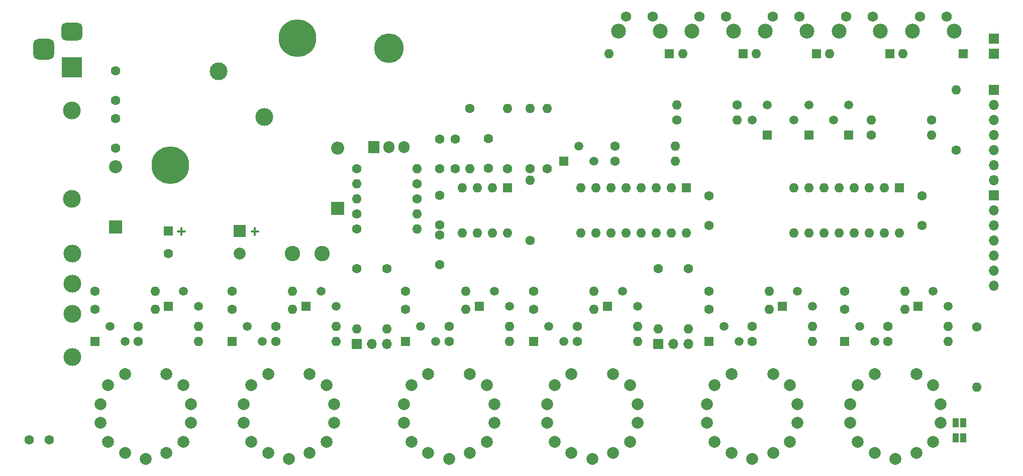
<source format=gbr>
%TF.GenerationSoftware,KiCad,Pcbnew,(6.0.9)*%
%TF.CreationDate,2023-02-11T16:03:26+01:00*%
%TF.ProjectId,display_board,64697370-6c61-4795-9f62-6f6172642e6b,rev?*%
%TF.SameCoordinates,Original*%
%TF.FileFunction,Soldermask,Bot*%
%TF.FilePolarity,Negative*%
%FSLAX46Y46*%
G04 Gerber Fmt 4.6, Leading zero omitted, Abs format (unit mm)*
G04 Created by KiCad (PCBNEW (6.0.9)) date 2023-02-11 16:03:26*
%MOMM*%
%LPD*%
G01*
G04 APERTURE LIST*
G04 Aperture macros list*
%AMRoundRect*
0 Rectangle with rounded corners*
0 $1 Rounding radius*
0 $2 $3 $4 $5 $6 $7 $8 $9 X,Y pos of 4 corners*
0 Add a 4 corners polygon primitive as box body*
4,1,4,$2,$3,$4,$5,$6,$7,$8,$9,$2,$3,0*
0 Add four circle primitives for the rounded corners*
1,1,$1+$1,$2,$3*
1,1,$1+$1,$4,$5*
1,1,$1+$1,$6,$7*
1,1,$1+$1,$8,$9*
0 Add four rect primitives between the rounded corners*
20,1,$1+$1,$2,$3,$4,$5,0*
20,1,$1+$1,$4,$5,$6,$7,0*
20,1,$1+$1,$6,$7,$8,$9,0*
20,1,$1+$1,$8,$9,$2,$3,0*%
G04 Aperture macros list end*
%ADD10C,0.300000*%
%ADD11C,1.600000*%
%ADD12O,1.600000X1.600000*%
%ADD13C,3.000000*%
%ADD14R,1.600000X1.600000*%
%ADD15R,1.500000X1.500000*%
%ADD16C,1.500000*%
%ADD17C,2.000000*%
%ADD18O,5.000000X5.000000*%
%ADD19R,1.905000X2.000000*%
%ADD20O,1.905000X2.000000*%
%ADD21C,2.500000*%
%ADD22C,1.750000*%
%ADD23C,6.350000*%
%ADD24R,1.700000X1.700000*%
%ADD25O,1.700000X1.700000*%
%ADD26R,2.000000X2.000000*%
%ADD27C,2.600000*%
%ADD28R,2.200000X2.200000*%
%ADD29O,2.200000X2.200000*%
%ADD30R,3.500000X3.500000*%
%ADD31RoundRect,0.750000X-1.000000X0.750000X-1.000000X-0.750000X1.000000X-0.750000X1.000000X0.750000X0*%
%ADD32RoundRect,0.875000X-0.875000X0.875000X-0.875000X-0.875000X0.875000X-0.875000X0.875000X0.875000X0*%
%ADD33R,1.000000X1.500000*%
G04 APERTURE END LIST*
D10*
X86246428Y-104564642D02*
X85103571Y-104564642D01*
X85675000Y-105136071D02*
X85675000Y-103993214D01*
X98628928Y-104564642D02*
X97486071Y-104564642D01*
X98057500Y-105136071D02*
X98057500Y-103993214D01*
D11*
%TO.C,R46*%
X169177500Y-85725000D03*
D12*
X179337500Y-85725000D03*
%TD*%
D13*
%TO.C,F1*%
X67177875Y-84137500D03*
X67177875Y-99060000D03*
%TD*%
%TO.C,TP3*%
X67260000Y-118427500D03*
%TD*%
D11*
%TO.C,C4*%
X137427500Y-88900000D03*
X137427500Y-93900000D03*
%TD*%
D14*
%TO.C,V7*%
X217437500Y-74612500D03*
D12*
X207277500Y-74612500D03*
%TD*%
D11*
%TO.C,C9*%
X174575000Y-103505000D03*
X174575000Y-98505000D03*
%TD*%
%TO.C,R12*%
X197435000Y-117657500D03*
D12*
X207595000Y-117657500D03*
%TD*%
D15*
%TO.C,VT11*%
X135840000Y-117157500D03*
D16*
X138380000Y-114617500D03*
X140920000Y-117157500D03*
%TD*%
D17*
%TO.C,E3*%
X151397500Y-128587500D03*
X148540000Y-130492500D03*
X147270000Y-133667500D03*
X147270000Y-136842500D03*
X148540000Y-140017500D03*
X151397500Y-141922500D03*
X154890000Y-142875000D03*
X158382500Y-141922500D03*
X161240000Y-140017500D03*
X162510000Y-136842500D03*
X162510000Y-133667500D03*
X161240000Y-130492500D03*
X158382500Y-128587500D03*
%TD*%
D11*
%TO.C,R6*%
X115202500Y-93980000D03*
D12*
X125362500Y-93980000D03*
%TD*%
D11*
%TO.C,R10*%
X144412500Y-106045000D03*
D12*
X144412500Y-95885000D03*
%TD*%
D17*
%TO.C,E2*%
X178385000Y-128587500D03*
X175527500Y-130492500D03*
X174257500Y-133667500D03*
X174257500Y-136842500D03*
X175527500Y-140017500D03*
X178385000Y-141922500D03*
X181877500Y-142875000D03*
X185370000Y-141922500D03*
X188227500Y-140017500D03*
X189497500Y-136842500D03*
X189497500Y-133667500D03*
X188227500Y-130492500D03*
X185370000Y-128587500D03*
%TD*%
D15*
%TO.C,VT4*%
X145047500Y-123055000D03*
D16*
X147587500Y-120515000D03*
X150127500Y-123055000D03*
%TD*%
D15*
%TO.C,VT14*%
X150127500Y-92710000D03*
D16*
X152667500Y-90170000D03*
X155207500Y-92710000D03*
%TD*%
D11*
%TO.C,R27*%
X130760000Y-120515000D03*
D12*
X140920000Y-120515000D03*
%TD*%
D11*
%TO.C,R32*%
X152350000Y-123055000D03*
D12*
X162510000Y-123055000D03*
%TD*%
D13*
%TO.C,TP1*%
X67260000Y-108267500D03*
%TD*%
D11*
%TO.C,R14*%
X145047500Y-117657500D03*
D12*
X155207500Y-117657500D03*
%TD*%
D11*
%TO.C,R20*%
X145047500Y-114617500D03*
D12*
X155207500Y-114617500D03*
%TD*%
D11*
%TO.C,R22*%
X94247500Y-114617500D03*
D12*
X104407500Y-114617500D03*
%TD*%
D11*
%TO.C,R13*%
X174575000Y-117657500D03*
D12*
X184735000Y-117657500D03*
%TD*%
D15*
%TO.C,VT9*%
X186957500Y-117157500D03*
D16*
X189497500Y-114617500D03*
X192037500Y-117157500D03*
%TD*%
D11*
%TO.C,R30*%
X204737500Y-123055000D03*
D12*
X214897500Y-123055000D03*
%TD*%
D11*
%TO.C,R36*%
X216217500Y-90805000D03*
D12*
X216217500Y-80645000D03*
%TD*%
D11*
%TO.C,R43*%
X212040000Y-85725000D03*
D12*
X201880000Y-85725000D03*
%TD*%
D18*
%TO.C,VT1*%
X120600000Y-73660000D03*
D19*
X118060000Y-90320000D03*
D20*
X120600000Y-90320000D03*
X123140000Y-90320000D03*
%TD*%
D11*
%TO.C,C10*%
X210452500Y-98505000D03*
X210452500Y-103505000D03*
%TD*%
%TO.C,C5*%
X129172500Y-98425000D03*
X129172500Y-103425000D03*
%TD*%
%TO.C,R37*%
X158700000Y-90170000D03*
D12*
X168860000Y-90170000D03*
%TD*%
D11*
%TO.C,R5*%
X115202500Y-101600000D03*
D12*
X125362500Y-101600000D03*
%TD*%
D21*
%TO.C,S3*%
X184075000Y-70802500D03*
X191085000Y-70802500D03*
D22*
X185325000Y-68312500D03*
X189825000Y-68312500D03*
%TD*%
D11*
%TO.C,R39*%
X115202500Y-110807500D03*
D12*
X115202500Y-120967500D03*
%TD*%
D13*
%TO.C,A1*%
X99645000Y-85248627D03*
D23*
X105195788Y-71990375D03*
X83841163Y-93345000D03*
D13*
X91923394Y-77527021D03*
%TD*%
%TO.C,TP2*%
X67260000Y-113347500D03*
%TD*%
D11*
%TO.C,R45*%
X219710000Y-120650000D03*
D12*
X219710000Y-130810000D03*
%TD*%
D15*
%TO.C,VT2*%
X197435000Y-123055000D03*
D16*
X199975000Y-120515000D03*
X202515000Y-123055000D03*
%TD*%
D14*
%TO.C,V6*%
X205055000Y-74612500D03*
D12*
X194895000Y-74612500D03*
%TD*%
D15*
%TO.C,VT12*%
X106630000Y-117157500D03*
D16*
X109170000Y-114617500D03*
X111710000Y-117157500D03*
%TD*%
D24*
%TO.C,X2*%
X222567500Y-98425000D03*
D25*
X222567500Y-100965000D03*
X222567500Y-103505000D03*
X222567500Y-106045000D03*
X222567500Y-108585000D03*
X222567500Y-111125000D03*
X222567500Y-113665000D03*
%TD*%
D15*
%TO.C,VT15*%
X198070000Y-88265000D03*
D16*
X195530000Y-85725000D03*
X198070000Y-83185000D03*
%TD*%
D24*
%TO.C,X6*%
X222567500Y-74612500D03*
%TD*%
D21*
%TO.C,S2*%
X178702500Y-70802500D03*
X171692500Y-70802500D03*
D22*
X172942500Y-68312500D03*
X177442500Y-68312500D03*
%TD*%
D11*
%TO.C,R15*%
X123457500Y-117657500D03*
D12*
X133617500Y-117657500D03*
%TD*%
D21*
%TO.C,S1*%
X166320000Y-70802500D03*
X159310000Y-70802500D03*
D22*
X160560000Y-68312500D03*
X165060000Y-68312500D03*
%TD*%
D15*
%TO.C,VT5*%
X123457500Y-123055000D03*
D16*
X125997500Y-120515000D03*
X128537500Y-123055000D03*
%TD*%
D11*
%TO.C,C6*%
X131792500Y-93980000D03*
X131792500Y-88980000D03*
%TD*%
%TO.C,R26*%
X152350000Y-120515000D03*
D12*
X162510000Y-120515000D03*
%TD*%
D11*
%TO.C,R8*%
X125362500Y-96520000D03*
D12*
X115202500Y-96520000D03*
%TD*%
D11*
%TO.C,R2*%
X147270000Y-93980000D03*
D12*
X147270000Y-83820000D03*
%TD*%
D11*
%TO.C,C11*%
X129172500Y-110172500D03*
X129172500Y-105172500D03*
%TD*%
%TO.C,R3*%
X140602500Y-93980000D03*
D12*
X140602500Y-83820000D03*
%TD*%
D11*
%TO.C,R38*%
X158700000Y-92710000D03*
D12*
X168860000Y-92710000D03*
%TD*%
D15*
%TO.C,VT3*%
X174575000Y-123055000D03*
D16*
X177115000Y-120515000D03*
X179655000Y-123055000D03*
%TD*%
D17*
%TO.C,E6*%
X76150000Y-128587500D03*
X73292500Y-130492500D03*
X72022500Y-133667500D03*
X72022500Y-136842500D03*
X73292500Y-140017500D03*
X76150000Y-141922500D03*
X79642500Y-142875000D03*
X83135000Y-141922500D03*
X85992500Y-140017500D03*
X87262500Y-136842500D03*
X87262500Y-133667500D03*
X85992500Y-130492500D03*
X83135000Y-128587500D03*
%TD*%
D14*
%TO.C,D1*%
X170765000Y-97155000D03*
D12*
X168225000Y-97155000D03*
X165685000Y-97155000D03*
X163145000Y-97155000D03*
X160605000Y-97155000D03*
X158065000Y-97155000D03*
X155525000Y-97155000D03*
X152985000Y-97155000D03*
X152985000Y-104775000D03*
X155525000Y-104775000D03*
X158065000Y-104775000D03*
X160605000Y-104775000D03*
X163145000Y-104775000D03*
X165685000Y-104775000D03*
X168225000Y-104775000D03*
X170765000Y-104775000D03*
%TD*%
D11*
%TO.C,C7*%
X129172500Y-93980000D03*
X129172500Y-88980000D03*
%TD*%
%TO.C,R11*%
X144412500Y-93980000D03*
D12*
X144412500Y-83820000D03*
%TD*%
D11*
%TO.C,R25*%
X181877500Y-120515000D03*
D12*
X192037500Y-120515000D03*
%TD*%
D11*
%TO.C,R34*%
X101550000Y-123055000D03*
D12*
X111710000Y-123055000D03*
%TD*%
D11*
%TO.C,R44*%
X201880000Y-88265000D03*
D12*
X212040000Y-88265000D03*
%TD*%
D15*
%TO.C,VT13*%
X83452500Y-117157500D03*
D16*
X85992500Y-114617500D03*
X88532500Y-117157500D03*
%TD*%
D11*
%TO.C,C2*%
X74562500Y-85487500D03*
X74562500Y-90487500D03*
%TD*%
%TO.C,R40*%
X120282500Y-110807500D03*
D12*
X120282500Y-120967500D03*
%TD*%
D15*
%TO.C,VT8*%
X209817500Y-117157500D03*
D16*
X212357500Y-114617500D03*
X214897500Y-117157500D03*
%TD*%
D14*
%TO.C,V3*%
X167907500Y-74612500D03*
D12*
X157747500Y-74612500D03*
%TD*%
D11*
%TO.C,C3*%
X74562500Y-77470000D03*
X74562500Y-82470000D03*
%TD*%
%TO.C,R4*%
X134252500Y-83820000D03*
D12*
X134252500Y-93980000D03*
%TD*%
D11*
%TO.C,R23*%
X71070000Y-114617500D03*
D12*
X81230000Y-114617500D03*
%TD*%
D11*
%TO.C,R1*%
X60007500Y-139700000D03*
X63407500Y-139700000D03*
%TD*%
D17*
%TO.C,E1*%
X202515000Y-128587500D03*
X199657500Y-130492500D03*
X198387500Y-133667500D03*
X198387500Y-136842500D03*
X199657500Y-140017500D03*
X202515000Y-141922500D03*
X206007500Y-142875000D03*
X209500000Y-141922500D03*
X212357500Y-140017500D03*
X213627500Y-136842500D03*
X213627500Y-133667500D03*
X212357500Y-130492500D03*
X209500000Y-128587500D03*
%TD*%
%TO.C,E5*%
X100280000Y-128587500D03*
X97422500Y-130492500D03*
X96152500Y-133667500D03*
X96152500Y-136842500D03*
X97422500Y-140017500D03*
X100280000Y-141922500D03*
X103772500Y-142875000D03*
X107265000Y-141922500D03*
X110122500Y-140017500D03*
X111392500Y-136842500D03*
X111392500Y-133667500D03*
X110122500Y-130492500D03*
X107265000Y-128587500D03*
%TD*%
D15*
%TO.C,VT7*%
X71070000Y-123055000D03*
D16*
X73610000Y-120515000D03*
X76150000Y-123055000D03*
%TD*%
D11*
%TO.C,R28*%
X101550000Y-120515000D03*
D12*
X111710000Y-120515000D03*
%TD*%
D11*
%TO.C,R18*%
X197435000Y-114617500D03*
D12*
X207595000Y-114617500D03*
%TD*%
D15*
%TO.C,VT6*%
X94247500Y-123055000D03*
D16*
X96787500Y-120515000D03*
X99327500Y-123055000D03*
%TD*%
D11*
%TO.C,R29*%
X78372500Y-120515000D03*
D12*
X88532500Y-120515000D03*
%TD*%
D26*
%TO.C,C8*%
X95517500Y-104467500D03*
D17*
X95517500Y-108267500D03*
%TD*%
D11*
%TO.C,R42*%
X171082500Y-110807500D03*
D12*
X171082500Y-120967500D03*
%TD*%
D27*
%TO.C,L1*%
X104407500Y-108267500D03*
X109407500Y-108267500D03*
%TD*%
D11*
%TO.C,R41*%
X166002500Y-110807500D03*
D12*
X166002500Y-120967500D03*
%TD*%
D14*
%TO.C,V4*%
X180290000Y-74612500D03*
D12*
X170130000Y-74612500D03*
%TD*%
D14*
%TO.C,V5*%
X192672500Y-74612500D03*
D12*
X182512500Y-74612500D03*
%TD*%
D15*
%TO.C,VT10*%
X157430000Y-117157500D03*
D16*
X159970000Y-114617500D03*
X162510000Y-117157500D03*
%TD*%
D21*
%TO.C,S5*%
X208840000Y-70802500D03*
X215850000Y-70802500D03*
D22*
X210090000Y-68312500D03*
X214590000Y-68312500D03*
%TD*%
D13*
%TO.C,TP4*%
X67310000Y-125730000D03*
%TD*%
D14*
%TO.C,D2*%
X206642500Y-97155000D03*
D12*
X204102500Y-97155000D03*
X201562500Y-97155000D03*
X199022500Y-97155000D03*
X196482500Y-97155000D03*
X193942500Y-97155000D03*
X191402500Y-97155000D03*
X188862500Y-97155000D03*
X188862500Y-104775000D03*
X191402500Y-104775000D03*
X193942500Y-104775000D03*
X196482500Y-104775000D03*
X199022500Y-104775000D03*
X201562500Y-104775000D03*
X204102500Y-104775000D03*
X206642500Y-104775000D03*
%TD*%
D11*
%TO.C,R9*%
X115202500Y-104140000D03*
D12*
X125362500Y-104140000D03*
%TD*%
D11*
%TO.C,R19*%
X174575000Y-114617500D03*
D12*
X184735000Y-114617500D03*
%TD*%
D17*
%TO.C,E4*%
X127267500Y-128587500D03*
X124410000Y-130492500D03*
X123140000Y-133667500D03*
X123140000Y-136842500D03*
X124410000Y-140017500D03*
X127267500Y-141922500D03*
X130760000Y-142875000D03*
X134252500Y-141922500D03*
X137110000Y-140017500D03*
X138380000Y-136842500D03*
X138380000Y-133667500D03*
X137110000Y-130492500D03*
X134252500Y-128587500D03*
%TD*%
D24*
%TO.C,X3*%
X222567500Y-80645000D03*
D25*
X222567500Y-83185000D03*
X222567500Y-85725000D03*
X222567500Y-88265000D03*
X222567500Y-90805000D03*
X222567500Y-93345000D03*
X222567500Y-95885000D03*
%TD*%
D14*
%TO.C,C1*%
X83452500Y-104457500D03*
D11*
X83452500Y-108257500D03*
%TD*%
%TO.C,R17*%
X71070000Y-117657500D03*
D12*
X81230000Y-117657500D03*
%TD*%
D11*
%TO.C,R33*%
X130760000Y-123055000D03*
D12*
X140920000Y-123055000D03*
%TD*%
D21*
%TO.C,S4*%
X203467500Y-70802500D03*
X196457500Y-70802500D03*
D22*
X197707500Y-68312500D03*
X202207500Y-68312500D03*
%TD*%
D28*
%TO.C,V1*%
X74562500Y-103822500D03*
D29*
X74562500Y-93662500D03*
%TD*%
D11*
%TO.C,R35*%
X78372500Y-123055000D03*
D12*
X88532500Y-123055000D03*
%TD*%
D24*
%TO.C,X5*%
X166002500Y-123507500D03*
D25*
X168542500Y-123507500D03*
X171082500Y-123507500D03*
%TD*%
D24*
%TO.C,X7*%
X222567500Y-72072500D03*
%TD*%
D11*
%TO.C,R16*%
X94247500Y-117657500D03*
D12*
X104407500Y-117657500D03*
%TD*%
D11*
%TO.C,R7*%
X125362500Y-99060000D03*
D12*
X115202500Y-99060000D03*
%TD*%
D24*
%TO.C,X4*%
X115202500Y-123482500D03*
D25*
X117742500Y-123482500D03*
X120282500Y-123482500D03*
%TD*%
D11*
%TO.C,R24*%
X204737500Y-120515000D03*
D12*
X214897500Y-120515000D03*
%TD*%
D14*
%TO.C,A2*%
X140602500Y-97155000D03*
D12*
X138062500Y-97155000D03*
X135522500Y-97155000D03*
X132982500Y-97155000D03*
X132982500Y-104775000D03*
X135522500Y-104775000D03*
X138062500Y-104775000D03*
X140602500Y-104775000D03*
%TD*%
D30*
%TO.C,X1*%
X67182875Y-76835000D03*
D31*
X67182875Y-70835000D03*
D32*
X62482875Y-73835000D03*
%TD*%
D11*
%TO.C,R21*%
X123457500Y-114617500D03*
D12*
X133617500Y-114617500D03*
%TD*%
D15*
%TO.C,VT17*%
X191402500Y-88265000D03*
D16*
X188862500Y-85725000D03*
X191402500Y-83185000D03*
%TD*%
D28*
%TO.C,V2*%
X112027500Y-100647500D03*
D29*
X112027500Y-90487500D03*
%TD*%
D11*
%TO.C,R47*%
X179337500Y-83185000D03*
D12*
X169177500Y-83185000D03*
%TD*%
D11*
%TO.C,R31*%
X181877500Y-123055000D03*
D12*
X192037500Y-123055000D03*
%TD*%
D15*
%TO.C,VT16*%
X184417500Y-88265000D03*
D16*
X181877500Y-85725000D03*
X184417500Y-83185000D03*
%TD*%
D33*
%TO.C,JP1*%
X217437500Y-139382500D03*
X216137500Y-139382500D03*
%TD*%
%TO.C,JP2*%
X217437500Y-136842500D03*
X216137500Y-136842500D03*
%TD*%
M02*

</source>
